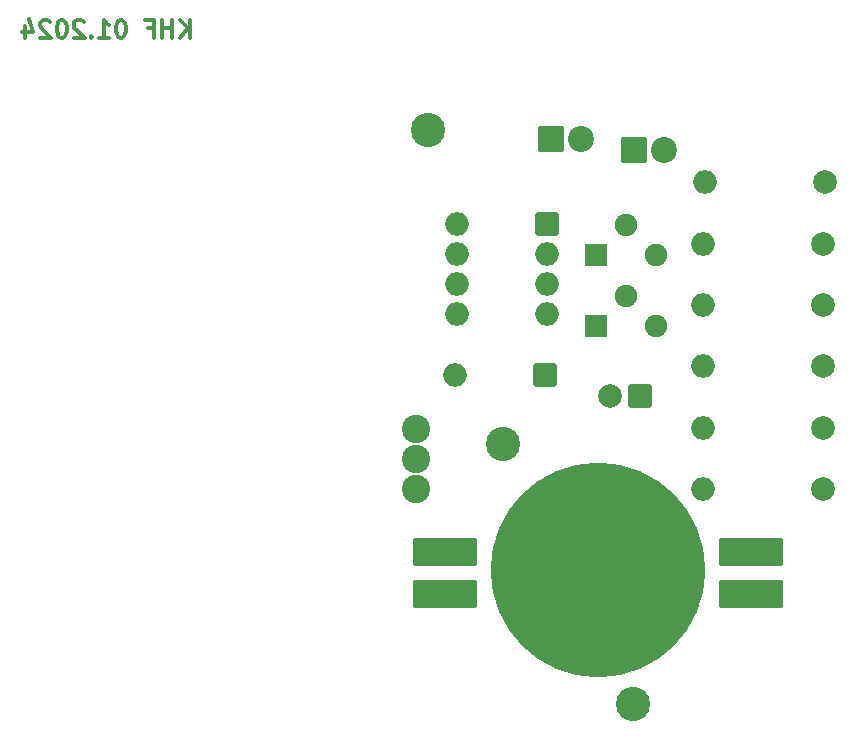
<source format=gbr>
%TF.GenerationSoftware,KiCad,Pcbnew,8.0.1*%
%TF.CreationDate,2024-04-02T10:11:43+02:00*%
%TF.ProjectId,Fledermaus I,466c6564-6572-46d6-9175-7320492e6b69,rev?*%
%TF.SameCoordinates,Original*%
%TF.FileFunction,Soldermask,Bot*%
%TF.FilePolarity,Negative*%
%FSLAX46Y46*%
G04 Gerber Fmt 4.6, Leading zero omitted, Abs format (unit mm)*
G04 Created by KiCad (PCBNEW 8.0.1) date 2024-04-02 10:11:43*
%MOMM*%
%LPD*%
G01*
G04 APERTURE LIST*
G04 Aperture macros list*
%AMRoundRect*
0 Rectangle with rounded corners*
0 $1 Rounding radius*
0 $2 $3 $4 $5 $6 $7 $8 $9 X,Y pos of 4 corners*
0 Add a 4 corners polygon primitive as box body*
4,1,4,$2,$3,$4,$5,$6,$7,$8,$9,$2,$3,0*
0 Add four circle primitives for the rounded corners*
1,1,$1+$1,$2,$3*
1,1,$1+$1,$4,$5*
1,1,$1+$1,$6,$7*
1,1,$1+$1,$8,$9*
0 Add four rect primitives between the rounded corners*
20,1,$1+$1,$2,$3,$4,$5,0*
20,1,$1+$1,$4,$5,$6,$7,0*
20,1,$1+$1,$6,$7,$8,$9,0*
20,1,$1+$1,$8,$9,$2,$3,0*%
G04 Aperture macros list end*
%ADD10C,0.300000*%
%ADD11RoundRect,0.200000X-0.750000X-0.750000X0.750000X-0.750000X0.750000X0.750000X-0.750000X0.750000X0*%
%ADD12C,1.900000*%
%ADD13RoundRect,0.200000X-0.900000X-0.900000X0.900000X-0.900000X0.900000X0.900000X-0.900000X0.900000X0*%
%ADD14C,2.200000*%
%ADD15C,2.400000*%
%ADD16RoundRect,0.200000X0.800000X0.800000X-0.800000X0.800000X-0.800000X-0.800000X0.800000X-0.800000X0*%
%ADD17O,2.000000X2.000000*%
%ADD18RoundRect,0.200000X2.500000X1.000000X-2.500000X1.000000X-2.500000X-1.000000X2.500000X-1.000000X0*%
%ADD19C,18.180000*%
%ADD20C,2.000000*%
%ADD21C,2.900000*%
G04 APERTURE END LIST*
D10*
X53735489Y-52660828D02*
X53735489Y-51160828D01*
X52878346Y-52660828D02*
X53521203Y-51803685D01*
X52878346Y-51160828D02*
X53735489Y-52017971D01*
X52235489Y-52660828D02*
X52235489Y-51160828D01*
X52235489Y-51875114D02*
X51378346Y-51875114D01*
X51378346Y-52660828D02*
X51378346Y-51160828D01*
X50164060Y-51875114D02*
X50664060Y-51875114D01*
X50664060Y-52660828D02*
X50664060Y-51160828D01*
X50664060Y-51160828D02*
X49949774Y-51160828D01*
X47949774Y-51160828D02*
X47806917Y-51160828D01*
X47806917Y-51160828D02*
X47664060Y-51232257D01*
X47664060Y-51232257D02*
X47592632Y-51303685D01*
X47592632Y-51303685D02*
X47521203Y-51446542D01*
X47521203Y-51446542D02*
X47449774Y-51732257D01*
X47449774Y-51732257D02*
X47449774Y-52089400D01*
X47449774Y-52089400D02*
X47521203Y-52375114D01*
X47521203Y-52375114D02*
X47592632Y-52517971D01*
X47592632Y-52517971D02*
X47664060Y-52589400D01*
X47664060Y-52589400D02*
X47806917Y-52660828D01*
X47806917Y-52660828D02*
X47949774Y-52660828D01*
X47949774Y-52660828D02*
X48092632Y-52589400D01*
X48092632Y-52589400D02*
X48164060Y-52517971D01*
X48164060Y-52517971D02*
X48235489Y-52375114D01*
X48235489Y-52375114D02*
X48306917Y-52089400D01*
X48306917Y-52089400D02*
X48306917Y-51732257D01*
X48306917Y-51732257D02*
X48235489Y-51446542D01*
X48235489Y-51446542D02*
X48164060Y-51303685D01*
X48164060Y-51303685D02*
X48092632Y-51232257D01*
X48092632Y-51232257D02*
X47949774Y-51160828D01*
X46021203Y-52660828D02*
X46878346Y-52660828D01*
X46449775Y-52660828D02*
X46449775Y-51160828D01*
X46449775Y-51160828D02*
X46592632Y-51375114D01*
X46592632Y-51375114D02*
X46735489Y-51517971D01*
X46735489Y-51517971D02*
X46878346Y-51589400D01*
X45378347Y-52517971D02*
X45306918Y-52589400D01*
X45306918Y-52589400D02*
X45378347Y-52660828D01*
X45378347Y-52660828D02*
X45449775Y-52589400D01*
X45449775Y-52589400D02*
X45378347Y-52517971D01*
X45378347Y-52517971D02*
X45378347Y-52660828D01*
X44735489Y-51303685D02*
X44664061Y-51232257D01*
X44664061Y-51232257D02*
X44521204Y-51160828D01*
X44521204Y-51160828D02*
X44164061Y-51160828D01*
X44164061Y-51160828D02*
X44021204Y-51232257D01*
X44021204Y-51232257D02*
X43949775Y-51303685D01*
X43949775Y-51303685D02*
X43878346Y-51446542D01*
X43878346Y-51446542D02*
X43878346Y-51589400D01*
X43878346Y-51589400D02*
X43949775Y-51803685D01*
X43949775Y-51803685D02*
X44806918Y-52660828D01*
X44806918Y-52660828D02*
X43878346Y-52660828D01*
X42949775Y-51160828D02*
X42806918Y-51160828D01*
X42806918Y-51160828D02*
X42664061Y-51232257D01*
X42664061Y-51232257D02*
X42592633Y-51303685D01*
X42592633Y-51303685D02*
X42521204Y-51446542D01*
X42521204Y-51446542D02*
X42449775Y-51732257D01*
X42449775Y-51732257D02*
X42449775Y-52089400D01*
X42449775Y-52089400D02*
X42521204Y-52375114D01*
X42521204Y-52375114D02*
X42592633Y-52517971D01*
X42592633Y-52517971D02*
X42664061Y-52589400D01*
X42664061Y-52589400D02*
X42806918Y-52660828D01*
X42806918Y-52660828D02*
X42949775Y-52660828D01*
X42949775Y-52660828D02*
X43092633Y-52589400D01*
X43092633Y-52589400D02*
X43164061Y-52517971D01*
X43164061Y-52517971D02*
X43235490Y-52375114D01*
X43235490Y-52375114D02*
X43306918Y-52089400D01*
X43306918Y-52089400D02*
X43306918Y-51732257D01*
X43306918Y-51732257D02*
X43235490Y-51446542D01*
X43235490Y-51446542D02*
X43164061Y-51303685D01*
X43164061Y-51303685D02*
X43092633Y-51232257D01*
X43092633Y-51232257D02*
X42949775Y-51160828D01*
X41878347Y-51303685D02*
X41806919Y-51232257D01*
X41806919Y-51232257D02*
X41664062Y-51160828D01*
X41664062Y-51160828D02*
X41306919Y-51160828D01*
X41306919Y-51160828D02*
X41164062Y-51232257D01*
X41164062Y-51232257D02*
X41092633Y-51303685D01*
X41092633Y-51303685D02*
X41021204Y-51446542D01*
X41021204Y-51446542D02*
X41021204Y-51589400D01*
X41021204Y-51589400D02*
X41092633Y-51803685D01*
X41092633Y-51803685D02*
X41949776Y-52660828D01*
X41949776Y-52660828D02*
X41021204Y-52660828D01*
X39735491Y-51660828D02*
X39735491Y-52660828D01*
X40092633Y-51089400D02*
X40449776Y-52160828D01*
X40449776Y-52160828D02*
X39521205Y-52160828D01*
D11*
%TO.C,Q1*%
X88100000Y-71100000D03*
D12*
X90640000Y-68560000D03*
X93180000Y-71100000D03*
%TD*%
D13*
%TO.C,D1*%
X84325000Y-61200000D03*
D14*
X86865000Y-61200000D03*
%TD*%
D11*
%TO.C,Q2*%
X88100000Y-77042385D03*
D12*
X90640000Y-74502385D03*
X93180000Y-77042385D03*
%TD*%
D13*
%TO.C,D2*%
X91300000Y-62200000D03*
D14*
X93840000Y-62200000D03*
%TD*%
D15*
%TO.C,S1*%
X72900000Y-90900000D03*
X72900000Y-88360000D03*
X72900000Y-85820000D03*
%TD*%
D16*
%TO.C,D3*%
X83820000Y-81200000D03*
D17*
X76200000Y-81200000D03*
%TD*%
D18*
%TO.C,U2*%
X101254000Y-99732000D03*
X101254000Y-96176000D03*
X75360000Y-99732000D03*
X75360000Y-96176000D03*
D19*
X88300000Y-97700000D03*
%TD*%
D20*
%TO.C,R1off1*%
X107300000Y-90900000D03*
D17*
X97140000Y-90900000D03*
%TD*%
D20*
%TO.C,R3*%
X107480000Y-64900000D03*
D17*
X97320000Y-64900000D03*
%TD*%
D21*
%TO.C,VCC`*%
X80200000Y-87100000D03*
%TD*%
D16*
%TO.C,U1*%
X83920000Y-68460000D03*
D17*
X83920000Y-71000000D03*
X83920000Y-73540000D03*
X83920000Y-76080000D03*
X76300000Y-76080000D03*
X76300000Y-73540000D03*
X76300000Y-71000000D03*
X76300000Y-68460000D03*
%TD*%
D21*
%TO.C,GND*%
X91200000Y-109100000D03*
%TD*%
D20*
%TO.C,R5*%
X107360000Y-75300000D03*
D17*
X97200000Y-75300000D03*
%TD*%
D20*
%TO.C,R2on2*%
X107360000Y-85700000D03*
D17*
X97200000Y-85700000D03*
%TD*%
D16*
%TO.C,C1*%
X91800000Y-83000000D03*
D20*
X89300000Y-83000000D03*
%TD*%
%TO.C,R4*%
X107360000Y-70100000D03*
D17*
X97200000Y-70100000D03*
%TD*%
D21*
%TO.C,Q*%
X73900000Y-60500000D03*
%TD*%
D20*
%TO.C,R6*%
X107360000Y-80500000D03*
D17*
X97200000Y-80500000D03*
%TD*%
M02*

</source>
